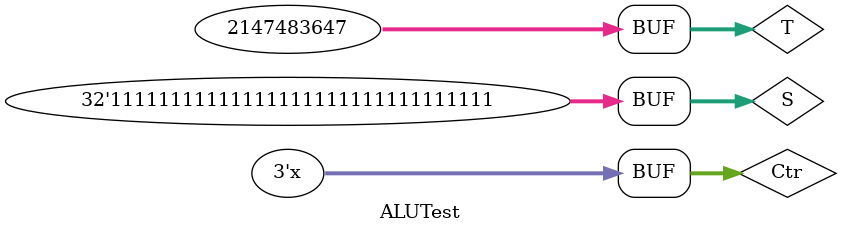
<source format=v>
`timescale 1ns / 1ps


module ALUTest;

	// Inputs
	reg [31:0] S;
	reg [31:0] T;
	reg [2:0] Ctr;

	// Outputs
	wire [31:0] Result;

	// Instantiate the Unit Under Test (UUT)
	ALU uut (
		.S(S), 
		.T(T), 
		.Result(Result), 
		.Ctr(Ctr)
	);
	
	always begin
		#5
		Ctr = Ctr + 1'b1;
	end

	initial begin
		// Initialize Inputs
		S = 32'hffffffff;
		T = 32'h7fffffff;
		Ctr = 3'b001;

		// Wait 100 ns for global reset to finish
		#100;
        
		// Add stimulus here

	end
      
endmodule


</source>
